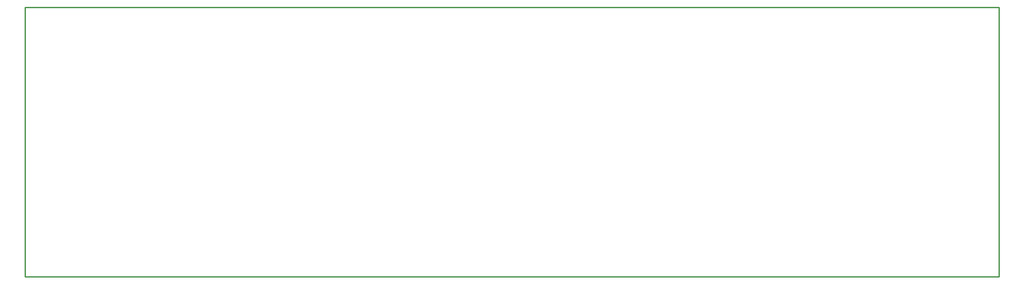
<source format=gko>
G04*
G04 #@! TF.GenerationSoftware,Altium Limited,Altium Designer,21.6.4 (81)*
G04*
G04 Layer_Color=16711935*
%FSLAX44Y44*%
%MOMM*%
G71*
G04*
G04 #@! TF.SameCoordinates,43C67DF6-979F-4C5B-9B03-454D23029C34*
G04*
G04*
G04 #@! TF.FilePolarity,Positive*
G04*
G01*
G75*
%ADD51C,0.2500*%
D51*
X0Y-530000D02*
X1910000D01*
X0Y0D02*
X0Y-530000D01*
X1910000Y0D02*
X1910000Y-530000D01*
X0Y0D02*
X1910000D01*
M02*

</source>
